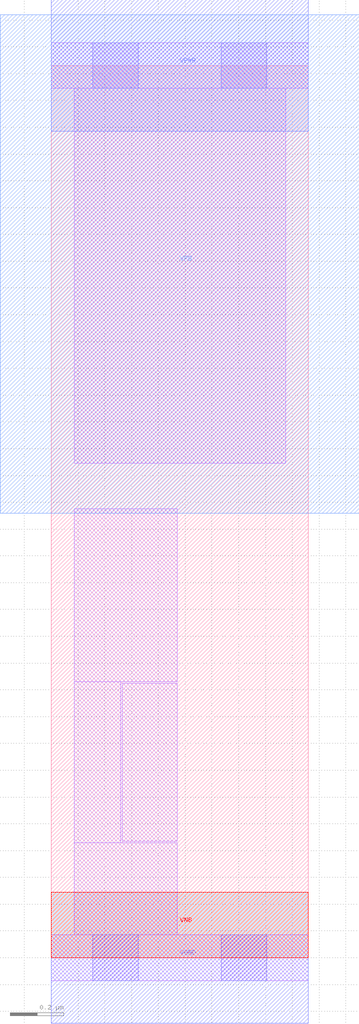
<source format=lef>
# Copyright 2020 The SkyWater PDK Authors
#
# Licensed under the Apache License, Version 2.0 (the "License");
# you may not use this file except in compliance with the License.
# You may obtain a copy of the License at
#
#     https://www.apache.org/licenses/LICENSE-2.0
#
# Unless required by applicable law or agreed to in writing, software
# distributed under the License is distributed on an "AS IS" BASIS,
# WITHOUT WARRANTIES OR CONDITIONS OF ANY KIND, either express or implied.
# See the License for the specific language governing permissions and
# limitations under the License.
#
# SPDX-License-Identifier: Apache-2.0

VERSION 5.7 ;
  NOWIREEXTENSIONATPIN ON ;
  DIVIDERCHAR "/" ;
  BUSBITCHARS "[]" ;
MACRO sky130_fd_sc_ls__decaphetap_2
  CLASS BLOCK ;
  FOREIGN sky130_fd_sc_ls__decaphetap_2 ;
  ORIGIN  0.000000  0.000000 ;
  SIZE  0.960000 BY  3.330000 ;
  PIN VNB
    PORT
      LAYER pwell ;
        RECT 0.000000 0.000000 0.960000 0.245000 ;
    END
  END VNB
  PIN VPB
    PORT
      LAYER nwell ;
        RECT -0.190000 1.660000 1.150000 3.520000 ;
    END
  END VPB
  PIN VGND
    USE GROUND ;
    PORT
      LAYER met1 ;
        RECT 0.000000 -0.245000 0.960000 0.245000 ;
    END
  END VGND
  PIN VPWR
    USE POWER ;
    PORT
      LAYER met1 ;
        RECT 0.000000 3.085000 0.960000 3.575000 ;
    END
  END VPWR
  OBS
    LAYER li1 ;
      RECT 0.000000 -0.085000 0.960000 0.085000 ;
      RECT 0.000000  3.245000 0.960000 3.415000 ;
      RECT 0.085000  0.085000 0.470000 0.430000 ;
      RECT 0.085000  0.430000 0.260000 1.030000 ;
      RECT 0.085000  1.030000 0.470000 1.675000 ;
      RECT 0.085000  1.845000 0.875000 3.245000 ;
      RECT 0.265000  0.435000 0.470000 1.025000 ;
    LAYER mcon ;
      RECT 0.155000 -0.085000 0.325000 0.085000 ;
      RECT 0.155000  3.245000 0.325000 3.415000 ;
      RECT 0.635000 -0.085000 0.805000 0.085000 ;
      RECT 0.635000  3.245000 0.805000 3.415000 ;
  END
END sky130_fd_sc_ls__decaphetap_2
END LIBRARY

</source>
